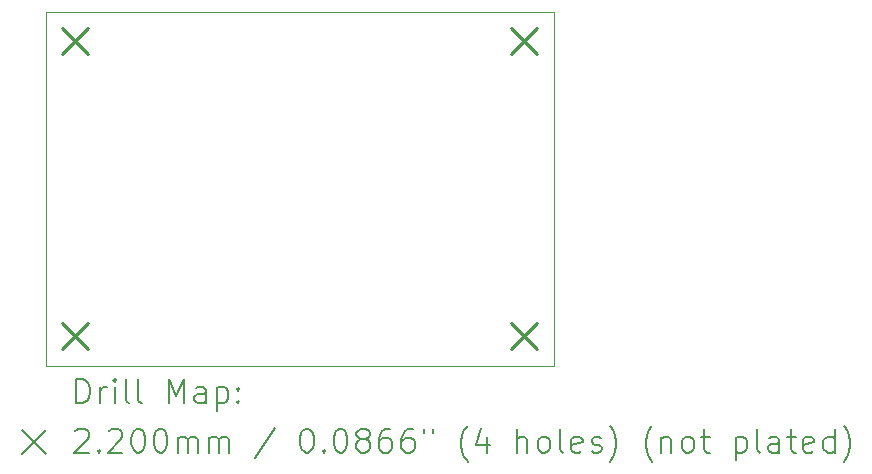
<source format=gbr>
%TF.GenerationSoftware,KiCad,Pcbnew,8.0.5-8.0.5-0~ubuntu20.04.1*%
%TF.CreationDate,2024-10-09T10:56:54+02:00*%
%TF.ProjectId,LIN_eval,4c494e5f-6576-4616-9c2e-6b696361645f,rev?*%
%TF.SameCoordinates,Original*%
%TF.FileFunction,Drillmap*%
%TF.FilePolarity,Positive*%
%FSLAX45Y45*%
G04 Gerber Fmt 4.5, Leading zero omitted, Abs format (unit mm)*
G04 Created by KiCad (PCBNEW 8.0.5-8.0.5-0~ubuntu20.04.1) date 2024-10-09 10:56:54*
%MOMM*%
%LPD*%
G01*
G04 APERTURE LIST*
%ADD10C,0.050000*%
%ADD11C,0.200000*%
%ADD12C,0.220000*%
G04 APERTURE END LIST*
D10*
X12000000Y-7375000D02*
X16300000Y-7375000D01*
X16300000Y-10375000D01*
X12000000Y-10375000D01*
X12000000Y-7375000D01*
D11*
D12*
X12137500Y-7515000D02*
X12357500Y-7735000D01*
X12357500Y-7515000D02*
X12137500Y-7735000D01*
X12140000Y-10015000D02*
X12360000Y-10235000D01*
X12360000Y-10015000D02*
X12140000Y-10235000D01*
X15937500Y-7515000D02*
X16157500Y-7735000D01*
X16157500Y-7515000D02*
X15937500Y-7735000D01*
X15940000Y-10015000D02*
X16160000Y-10235000D01*
X16160000Y-10015000D02*
X15940000Y-10235000D01*
D11*
X12258277Y-10688984D02*
X12258277Y-10488984D01*
X12258277Y-10488984D02*
X12305896Y-10488984D01*
X12305896Y-10488984D02*
X12334467Y-10498508D01*
X12334467Y-10498508D02*
X12353515Y-10517555D01*
X12353515Y-10517555D02*
X12363039Y-10536603D01*
X12363039Y-10536603D02*
X12372562Y-10574698D01*
X12372562Y-10574698D02*
X12372562Y-10603270D01*
X12372562Y-10603270D02*
X12363039Y-10641365D01*
X12363039Y-10641365D02*
X12353515Y-10660412D01*
X12353515Y-10660412D02*
X12334467Y-10679460D01*
X12334467Y-10679460D02*
X12305896Y-10688984D01*
X12305896Y-10688984D02*
X12258277Y-10688984D01*
X12458277Y-10688984D02*
X12458277Y-10555650D01*
X12458277Y-10593746D02*
X12467801Y-10574698D01*
X12467801Y-10574698D02*
X12477324Y-10565174D01*
X12477324Y-10565174D02*
X12496372Y-10555650D01*
X12496372Y-10555650D02*
X12515420Y-10555650D01*
X12582086Y-10688984D02*
X12582086Y-10555650D01*
X12582086Y-10488984D02*
X12572562Y-10498508D01*
X12572562Y-10498508D02*
X12582086Y-10508031D01*
X12582086Y-10508031D02*
X12591610Y-10498508D01*
X12591610Y-10498508D02*
X12582086Y-10488984D01*
X12582086Y-10488984D02*
X12582086Y-10508031D01*
X12705896Y-10688984D02*
X12686848Y-10679460D01*
X12686848Y-10679460D02*
X12677324Y-10660412D01*
X12677324Y-10660412D02*
X12677324Y-10488984D01*
X12810658Y-10688984D02*
X12791610Y-10679460D01*
X12791610Y-10679460D02*
X12782086Y-10660412D01*
X12782086Y-10660412D02*
X12782086Y-10488984D01*
X13039229Y-10688984D02*
X13039229Y-10488984D01*
X13039229Y-10488984D02*
X13105896Y-10631841D01*
X13105896Y-10631841D02*
X13172562Y-10488984D01*
X13172562Y-10488984D02*
X13172562Y-10688984D01*
X13353515Y-10688984D02*
X13353515Y-10584222D01*
X13353515Y-10584222D02*
X13343991Y-10565174D01*
X13343991Y-10565174D02*
X13324943Y-10555650D01*
X13324943Y-10555650D02*
X13286848Y-10555650D01*
X13286848Y-10555650D02*
X13267801Y-10565174D01*
X13353515Y-10679460D02*
X13334467Y-10688984D01*
X13334467Y-10688984D02*
X13286848Y-10688984D01*
X13286848Y-10688984D02*
X13267801Y-10679460D01*
X13267801Y-10679460D02*
X13258277Y-10660412D01*
X13258277Y-10660412D02*
X13258277Y-10641365D01*
X13258277Y-10641365D02*
X13267801Y-10622317D01*
X13267801Y-10622317D02*
X13286848Y-10612793D01*
X13286848Y-10612793D02*
X13334467Y-10612793D01*
X13334467Y-10612793D02*
X13353515Y-10603270D01*
X13448753Y-10555650D02*
X13448753Y-10755650D01*
X13448753Y-10565174D02*
X13467801Y-10555650D01*
X13467801Y-10555650D02*
X13505896Y-10555650D01*
X13505896Y-10555650D02*
X13524943Y-10565174D01*
X13524943Y-10565174D02*
X13534467Y-10574698D01*
X13534467Y-10574698D02*
X13543991Y-10593746D01*
X13543991Y-10593746D02*
X13543991Y-10650889D01*
X13543991Y-10650889D02*
X13534467Y-10669936D01*
X13534467Y-10669936D02*
X13524943Y-10679460D01*
X13524943Y-10679460D02*
X13505896Y-10688984D01*
X13505896Y-10688984D02*
X13467801Y-10688984D01*
X13467801Y-10688984D02*
X13448753Y-10679460D01*
X13629705Y-10669936D02*
X13639229Y-10679460D01*
X13639229Y-10679460D02*
X13629705Y-10688984D01*
X13629705Y-10688984D02*
X13620182Y-10679460D01*
X13620182Y-10679460D02*
X13629705Y-10669936D01*
X13629705Y-10669936D02*
X13629705Y-10688984D01*
X13629705Y-10565174D02*
X13639229Y-10574698D01*
X13639229Y-10574698D02*
X13629705Y-10584222D01*
X13629705Y-10584222D02*
X13620182Y-10574698D01*
X13620182Y-10574698D02*
X13629705Y-10565174D01*
X13629705Y-10565174D02*
X13629705Y-10584222D01*
X11797500Y-10917500D02*
X11997500Y-11117500D01*
X11997500Y-10917500D02*
X11797500Y-11117500D01*
X12248753Y-10928031D02*
X12258277Y-10918508D01*
X12258277Y-10918508D02*
X12277324Y-10908984D01*
X12277324Y-10908984D02*
X12324943Y-10908984D01*
X12324943Y-10908984D02*
X12343991Y-10918508D01*
X12343991Y-10918508D02*
X12353515Y-10928031D01*
X12353515Y-10928031D02*
X12363039Y-10947079D01*
X12363039Y-10947079D02*
X12363039Y-10966127D01*
X12363039Y-10966127D02*
X12353515Y-10994698D01*
X12353515Y-10994698D02*
X12239229Y-11108984D01*
X12239229Y-11108984D02*
X12363039Y-11108984D01*
X12448753Y-11089936D02*
X12458277Y-11099460D01*
X12458277Y-11099460D02*
X12448753Y-11108984D01*
X12448753Y-11108984D02*
X12439229Y-11099460D01*
X12439229Y-11099460D02*
X12448753Y-11089936D01*
X12448753Y-11089936D02*
X12448753Y-11108984D01*
X12534467Y-10928031D02*
X12543991Y-10918508D01*
X12543991Y-10918508D02*
X12563039Y-10908984D01*
X12563039Y-10908984D02*
X12610658Y-10908984D01*
X12610658Y-10908984D02*
X12629705Y-10918508D01*
X12629705Y-10918508D02*
X12639229Y-10928031D01*
X12639229Y-10928031D02*
X12648753Y-10947079D01*
X12648753Y-10947079D02*
X12648753Y-10966127D01*
X12648753Y-10966127D02*
X12639229Y-10994698D01*
X12639229Y-10994698D02*
X12524943Y-11108984D01*
X12524943Y-11108984D02*
X12648753Y-11108984D01*
X12772562Y-10908984D02*
X12791610Y-10908984D01*
X12791610Y-10908984D02*
X12810658Y-10918508D01*
X12810658Y-10918508D02*
X12820182Y-10928031D01*
X12820182Y-10928031D02*
X12829705Y-10947079D01*
X12829705Y-10947079D02*
X12839229Y-10985174D01*
X12839229Y-10985174D02*
X12839229Y-11032793D01*
X12839229Y-11032793D02*
X12829705Y-11070889D01*
X12829705Y-11070889D02*
X12820182Y-11089936D01*
X12820182Y-11089936D02*
X12810658Y-11099460D01*
X12810658Y-11099460D02*
X12791610Y-11108984D01*
X12791610Y-11108984D02*
X12772562Y-11108984D01*
X12772562Y-11108984D02*
X12753515Y-11099460D01*
X12753515Y-11099460D02*
X12743991Y-11089936D01*
X12743991Y-11089936D02*
X12734467Y-11070889D01*
X12734467Y-11070889D02*
X12724943Y-11032793D01*
X12724943Y-11032793D02*
X12724943Y-10985174D01*
X12724943Y-10985174D02*
X12734467Y-10947079D01*
X12734467Y-10947079D02*
X12743991Y-10928031D01*
X12743991Y-10928031D02*
X12753515Y-10918508D01*
X12753515Y-10918508D02*
X12772562Y-10908984D01*
X12963039Y-10908984D02*
X12982086Y-10908984D01*
X12982086Y-10908984D02*
X13001134Y-10918508D01*
X13001134Y-10918508D02*
X13010658Y-10928031D01*
X13010658Y-10928031D02*
X13020182Y-10947079D01*
X13020182Y-10947079D02*
X13029705Y-10985174D01*
X13029705Y-10985174D02*
X13029705Y-11032793D01*
X13029705Y-11032793D02*
X13020182Y-11070889D01*
X13020182Y-11070889D02*
X13010658Y-11089936D01*
X13010658Y-11089936D02*
X13001134Y-11099460D01*
X13001134Y-11099460D02*
X12982086Y-11108984D01*
X12982086Y-11108984D02*
X12963039Y-11108984D01*
X12963039Y-11108984D02*
X12943991Y-11099460D01*
X12943991Y-11099460D02*
X12934467Y-11089936D01*
X12934467Y-11089936D02*
X12924943Y-11070889D01*
X12924943Y-11070889D02*
X12915420Y-11032793D01*
X12915420Y-11032793D02*
X12915420Y-10985174D01*
X12915420Y-10985174D02*
X12924943Y-10947079D01*
X12924943Y-10947079D02*
X12934467Y-10928031D01*
X12934467Y-10928031D02*
X12943991Y-10918508D01*
X12943991Y-10918508D02*
X12963039Y-10908984D01*
X13115420Y-11108984D02*
X13115420Y-10975650D01*
X13115420Y-10994698D02*
X13124943Y-10985174D01*
X13124943Y-10985174D02*
X13143991Y-10975650D01*
X13143991Y-10975650D02*
X13172563Y-10975650D01*
X13172563Y-10975650D02*
X13191610Y-10985174D01*
X13191610Y-10985174D02*
X13201134Y-11004222D01*
X13201134Y-11004222D02*
X13201134Y-11108984D01*
X13201134Y-11004222D02*
X13210658Y-10985174D01*
X13210658Y-10985174D02*
X13229705Y-10975650D01*
X13229705Y-10975650D02*
X13258277Y-10975650D01*
X13258277Y-10975650D02*
X13277324Y-10985174D01*
X13277324Y-10985174D02*
X13286848Y-11004222D01*
X13286848Y-11004222D02*
X13286848Y-11108984D01*
X13382086Y-11108984D02*
X13382086Y-10975650D01*
X13382086Y-10994698D02*
X13391610Y-10985174D01*
X13391610Y-10985174D02*
X13410658Y-10975650D01*
X13410658Y-10975650D02*
X13439229Y-10975650D01*
X13439229Y-10975650D02*
X13458277Y-10985174D01*
X13458277Y-10985174D02*
X13467801Y-11004222D01*
X13467801Y-11004222D02*
X13467801Y-11108984D01*
X13467801Y-11004222D02*
X13477324Y-10985174D01*
X13477324Y-10985174D02*
X13496372Y-10975650D01*
X13496372Y-10975650D02*
X13524943Y-10975650D01*
X13524943Y-10975650D02*
X13543991Y-10985174D01*
X13543991Y-10985174D02*
X13553515Y-11004222D01*
X13553515Y-11004222D02*
X13553515Y-11108984D01*
X13943991Y-10899460D02*
X13772563Y-11156603D01*
X14201134Y-10908984D02*
X14220182Y-10908984D01*
X14220182Y-10908984D02*
X14239229Y-10918508D01*
X14239229Y-10918508D02*
X14248753Y-10928031D01*
X14248753Y-10928031D02*
X14258277Y-10947079D01*
X14258277Y-10947079D02*
X14267801Y-10985174D01*
X14267801Y-10985174D02*
X14267801Y-11032793D01*
X14267801Y-11032793D02*
X14258277Y-11070889D01*
X14258277Y-11070889D02*
X14248753Y-11089936D01*
X14248753Y-11089936D02*
X14239229Y-11099460D01*
X14239229Y-11099460D02*
X14220182Y-11108984D01*
X14220182Y-11108984D02*
X14201134Y-11108984D01*
X14201134Y-11108984D02*
X14182086Y-11099460D01*
X14182086Y-11099460D02*
X14172563Y-11089936D01*
X14172563Y-11089936D02*
X14163039Y-11070889D01*
X14163039Y-11070889D02*
X14153515Y-11032793D01*
X14153515Y-11032793D02*
X14153515Y-10985174D01*
X14153515Y-10985174D02*
X14163039Y-10947079D01*
X14163039Y-10947079D02*
X14172563Y-10928031D01*
X14172563Y-10928031D02*
X14182086Y-10918508D01*
X14182086Y-10918508D02*
X14201134Y-10908984D01*
X14353515Y-11089936D02*
X14363039Y-11099460D01*
X14363039Y-11099460D02*
X14353515Y-11108984D01*
X14353515Y-11108984D02*
X14343991Y-11099460D01*
X14343991Y-11099460D02*
X14353515Y-11089936D01*
X14353515Y-11089936D02*
X14353515Y-11108984D01*
X14486848Y-10908984D02*
X14505896Y-10908984D01*
X14505896Y-10908984D02*
X14524944Y-10918508D01*
X14524944Y-10918508D02*
X14534467Y-10928031D01*
X14534467Y-10928031D02*
X14543991Y-10947079D01*
X14543991Y-10947079D02*
X14553515Y-10985174D01*
X14553515Y-10985174D02*
X14553515Y-11032793D01*
X14553515Y-11032793D02*
X14543991Y-11070889D01*
X14543991Y-11070889D02*
X14534467Y-11089936D01*
X14534467Y-11089936D02*
X14524944Y-11099460D01*
X14524944Y-11099460D02*
X14505896Y-11108984D01*
X14505896Y-11108984D02*
X14486848Y-11108984D01*
X14486848Y-11108984D02*
X14467801Y-11099460D01*
X14467801Y-11099460D02*
X14458277Y-11089936D01*
X14458277Y-11089936D02*
X14448753Y-11070889D01*
X14448753Y-11070889D02*
X14439229Y-11032793D01*
X14439229Y-11032793D02*
X14439229Y-10985174D01*
X14439229Y-10985174D02*
X14448753Y-10947079D01*
X14448753Y-10947079D02*
X14458277Y-10928031D01*
X14458277Y-10928031D02*
X14467801Y-10918508D01*
X14467801Y-10918508D02*
X14486848Y-10908984D01*
X14667801Y-10994698D02*
X14648753Y-10985174D01*
X14648753Y-10985174D02*
X14639229Y-10975650D01*
X14639229Y-10975650D02*
X14629706Y-10956603D01*
X14629706Y-10956603D02*
X14629706Y-10947079D01*
X14629706Y-10947079D02*
X14639229Y-10928031D01*
X14639229Y-10928031D02*
X14648753Y-10918508D01*
X14648753Y-10918508D02*
X14667801Y-10908984D01*
X14667801Y-10908984D02*
X14705896Y-10908984D01*
X14705896Y-10908984D02*
X14724944Y-10918508D01*
X14724944Y-10918508D02*
X14734467Y-10928031D01*
X14734467Y-10928031D02*
X14743991Y-10947079D01*
X14743991Y-10947079D02*
X14743991Y-10956603D01*
X14743991Y-10956603D02*
X14734467Y-10975650D01*
X14734467Y-10975650D02*
X14724944Y-10985174D01*
X14724944Y-10985174D02*
X14705896Y-10994698D01*
X14705896Y-10994698D02*
X14667801Y-10994698D01*
X14667801Y-10994698D02*
X14648753Y-11004222D01*
X14648753Y-11004222D02*
X14639229Y-11013746D01*
X14639229Y-11013746D02*
X14629706Y-11032793D01*
X14629706Y-11032793D02*
X14629706Y-11070889D01*
X14629706Y-11070889D02*
X14639229Y-11089936D01*
X14639229Y-11089936D02*
X14648753Y-11099460D01*
X14648753Y-11099460D02*
X14667801Y-11108984D01*
X14667801Y-11108984D02*
X14705896Y-11108984D01*
X14705896Y-11108984D02*
X14724944Y-11099460D01*
X14724944Y-11099460D02*
X14734467Y-11089936D01*
X14734467Y-11089936D02*
X14743991Y-11070889D01*
X14743991Y-11070889D02*
X14743991Y-11032793D01*
X14743991Y-11032793D02*
X14734467Y-11013746D01*
X14734467Y-11013746D02*
X14724944Y-11004222D01*
X14724944Y-11004222D02*
X14705896Y-10994698D01*
X14915420Y-10908984D02*
X14877325Y-10908984D01*
X14877325Y-10908984D02*
X14858277Y-10918508D01*
X14858277Y-10918508D02*
X14848753Y-10928031D01*
X14848753Y-10928031D02*
X14829706Y-10956603D01*
X14829706Y-10956603D02*
X14820182Y-10994698D01*
X14820182Y-10994698D02*
X14820182Y-11070889D01*
X14820182Y-11070889D02*
X14829706Y-11089936D01*
X14829706Y-11089936D02*
X14839229Y-11099460D01*
X14839229Y-11099460D02*
X14858277Y-11108984D01*
X14858277Y-11108984D02*
X14896372Y-11108984D01*
X14896372Y-11108984D02*
X14915420Y-11099460D01*
X14915420Y-11099460D02*
X14924944Y-11089936D01*
X14924944Y-11089936D02*
X14934467Y-11070889D01*
X14934467Y-11070889D02*
X14934467Y-11023270D01*
X14934467Y-11023270D02*
X14924944Y-11004222D01*
X14924944Y-11004222D02*
X14915420Y-10994698D01*
X14915420Y-10994698D02*
X14896372Y-10985174D01*
X14896372Y-10985174D02*
X14858277Y-10985174D01*
X14858277Y-10985174D02*
X14839229Y-10994698D01*
X14839229Y-10994698D02*
X14829706Y-11004222D01*
X14829706Y-11004222D02*
X14820182Y-11023270D01*
X15105896Y-10908984D02*
X15067801Y-10908984D01*
X15067801Y-10908984D02*
X15048753Y-10918508D01*
X15048753Y-10918508D02*
X15039229Y-10928031D01*
X15039229Y-10928031D02*
X15020182Y-10956603D01*
X15020182Y-10956603D02*
X15010658Y-10994698D01*
X15010658Y-10994698D02*
X15010658Y-11070889D01*
X15010658Y-11070889D02*
X15020182Y-11089936D01*
X15020182Y-11089936D02*
X15029706Y-11099460D01*
X15029706Y-11099460D02*
X15048753Y-11108984D01*
X15048753Y-11108984D02*
X15086848Y-11108984D01*
X15086848Y-11108984D02*
X15105896Y-11099460D01*
X15105896Y-11099460D02*
X15115420Y-11089936D01*
X15115420Y-11089936D02*
X15124944Y-11070889D01*
X15124944Y-11070889D02*
X15124944Y-11023270D01*
X15124944Y-11023270D02*
X15115420Y-11004222D01*
X15115420Y-11004222D02*
X15105896Y-10994698D01*
X15105896Y-10994698D02*
X15086848Y-10985174D01*
X15086848Y-10985174D02*
X15048753Y-10985174D01*
X15048753Y-10985174D02*
X15029706Y-10994698D01*
X15029706Y-10994698D02*
X15020182Y-11004222D01*
X15020182Y-11004222D02*
X15010658Y-11023270D01*
X15201134Y-10908984D02*
X15201134Y-10947079D01*
X15277325Y-10908984D02*
X15277325Y-10947079D01*
X15572563Y-11185174D02*
X15563039Y-11175650D01*
X15563039Y-11175650D02*
X15543991Y-11147079D01*
X15543991Y-11147079D02*
X15534468Y-11128031D01*
X15534468Y-11128031D02*
X15524944Y-11099460D01*
X15524944Y-11099460D02*
X15515420Y-11051841D01*
X15515420Y-11051841D02*
X15515420Y-11013746D01*
X15515420Y-11013746D02*
X15524944Y-10966127D01*
X15524944Y-10966127D02*
X15534468Y-10937555D01*
X15534468Y-10937555D02*
X15543991Y-10918508D01*
X15543991Y-10918508D02*
X15563039Y-10889936D01*
X15563039Y-10889936D02*
X15572563Y-10880412D01*
X15734468Y-10975650D02*
X15734468Y-11108984D01*
X15686848Y-10899460D02*
X15639229Y-11042317D01*
X15639229Y-11042317D02*
X15763039Y-11042317D01*
X15991610Y-11108984D02*
X15991610Y-10908984D01*
X16077325Y-11108984D02*
X16077325Y-11004222D01*
X16077325Y-11004222D02*
X16067801Y-10985174D01*
X16067801Y-10985174D02*
X16048753Y-10975650D01*
X16048753Y-10975650D02*
X16020182Y-10975650D01*
X16020182Y-10975650D02*
X16001134Y-10985174D01*
X16001134Y-10985174D02*
X15991610Y-10994698D01*
X16201134Y-11108984D02*
X16182087Y-11099460D01*
X16182087Y-11099460D02*
X16172563Y-11089936D01*
X16172563Y-11089936D02*
X16163039Y-11070889D01*
X16163039Y-11070889D02*
X16163039Y-11013746D01*
X16163039Y-11013746D02*
X16172563Y-10994698D01*
X16172563Y-10994698D02*
X16182087Y-10985174D01*
X16182087Y-10985174D02*
X16201134Y-10975650D01*
X16201134Y-10975650D02*
X16229706Y-10975650D01*
X16229706Y-10975650D02*
X16248753Y-10985174D01*
X16248753Y-10985174D02*
X16258277Y-10994698D01*
X16258277Y-10994698D02*
X16267801Y-11013746D01*
X16267801Y-11013746D02*
X16267801Y-11070889D01*
X16267801Y-11070889D02*
X16258277Y-11089936D01*
X16258277Y-11089936D02*
X16248753Y-11099460D01*
X16248753Y-11099460D02*
X16229706Y-11108984D01*
X16229706Y-11108984D02*
X16201134Y-11108984D01*
X16382087Y-11108984D02*
X16363039Y-11099460D01*
X16363039Y-11099460D02*
X16353515Y-11080412D01*
X16353515Y-11080412D02*
X16353515Y-10908984D01*
X16534468Y-11099460D02*
X16515420Y-11108984D01*
X16515420Y-11108984D02*
X16477325Y-11108984D01*
X16477325Y-11108984D02*
X16458277Y-11099460D01*
X16458277Y-11099460D02*
X16448753Y-11080412D01*
X16448753Y-11080412D02*
X16448753Y-11004222D01*
X16448753Y-11004222D02*
X16458277Y-10985174D01*
X16458277Y-10985174D02*
X16477325Y-10975650D01*
X16477325Y-10975650D02*
X16515420Y-10975650D01*
X16515420Y-10975650D02*
X16534468Y-10985174D01*
X16534468Y-10985174D02*
X16543991Y-11004222D01*
X16543991Y-11004222D02*
X16543991Y-11023270D01*
X16543991Y-11023270D02*
X16448753Y-11042317D01*
X16620182Y-11099460D02*
X16639230Y-11108984D01*
X16639230Y-11108984D02*
X16677325Y-11108984D01*
X16677325Y-11108984D02*
X16696372Y-11099460D01*
X16696372Y-11099460D02*
X16705896Y-11080412D01*
X16705896Y-11080412D02*
X16705896Y-11070889D01*
X16705896Y-11070889D02*
X16696372Y-11051841D01*
X16696372Y-11051841D02*
X16677325Y-11042317D01*
X16677325Y-11042317D02*
X16648753Y-11042317D01*
X16648753Y-11042317D02*
X16629706Y-11032793D01*
X16629706Y-11032793D02*
X16620182Y-11013746D01*
X16620182Y-11013746D02*
X16620182Y-11004222D01*
X16620182Y-11004222D02*
X16629706Y-10985174D01*
X16629706Y-10985174D02*
X16648753Y-10975650D01*
X16648753Y-10975650D02*
X16677325Y-10975650D01*
X16677325Y-10975650D02*
X16696372Y-10985174D01*
X16772563Y-11185174D02*
X16782087Y-11175650D01*
X16782087Y-11175650D02*
X16801134Y-11147079D01*
X16801134Y-11147079D02*
X16810658Y-11128031D01*
X16810658Y-11128031D02*
X16820182Y-11099460D01*
X16820182Y-11099460D02*
X16829706Y-11051841D01*
X16829706Y-11051841D02*
X16829706Y-11013746D01*
X16829706Y-11013746D02*
X16820182Y-10966127D01*
X16820182Y-10966127D02*
X16810658Y-10937555D01*
X16810658Y-10937555D02*
X16801134Y-10918508D01*
X16801134Y-10918508D02*
X16782087Y-10889936D01*
X16782087Y-10889936D02*
X16772563Y-10880412D01*
X17134468Y-11185174D02*
X17124944Y-11175650D01*
X17124944Y-11175650D02*
X17105896Y-11147079D01*
X17105896Y-11147079D02*
X17096373Y-11128031D01*
X17096373Y-11128031D02*
X17086849Y-11099460D01*
X17086849Y-11099460D02*
X17077325Y-11051841D01*
X17077325Y-11051841D02*
X17077325Y-11013746D01*
X17077325Y-11013746D02*
X17086849Y-10966127D01*
X17086849Y-10966127D02*
X17096373Y-10937555D01*
X17096373Y-10937555D02*
X17105896Y-10918508D01*
X17105896Y-10918508D02*
X17124944Y-10889936D01*
X17124944Y-10889936D02*
X17134468Y-10880412D01*
X17210658Y-10975650D02*
X17210658Y-11108984D01*
X17210658Y-10994698D02*
X17220182Y-10985174D01*
X17220182Y-10985174D02*
X17239230Y-10975650D01*
X17239230Y-10975650D02*
X17267801Y-10975650D01*
X17267801Y-10975650D02*
X17286849Y-10985174D01*
X17286849Y-10985174D02*
X17296373Y-11004222D01*
X17296373Y-11004222D02*
X17296373Y-11108984D01*
X17420182Y-11108984D02*
X17401134Y-11099460D01*
X17401134Y-11099460D02*
X17391611Y-11089936D01*
X17391611Y-11089936D02*
X17382087Y-11070889D01*
X17382087Y-11070889D02*
X17382087Y-11013746D01*
X17382087Y-11013746D02*
X17391611Y-10994698D01*
X17391611Y-10994698D02*
X17401134Y-10985174D01*
X17401134Y-10985174D02*
X17420182Y-10975650D01*
X17420182Y-10975650D02*
X17448754Y-10975650D01*
X17448754Y-10975650D02*
X17467801Y-10985174D01*
X17467801Y-10985174D02*
X17477325Y-10994698D01*
X17477325Y-10994698D02*
X17486849Y-11013746D01*
X17486849Y-11013746D02*
X17486849Y-11070889D01*
X17486849Y-11070889D02*
X17477325Y-11089936D01*
X17477325Y-11089936D02*
X17467801Y-11099460D01*
X17467801Y-11099460D02*
X17448754Y-11108984D01*
X17448754Y-11108984D02*
X17420182Y-11108984D01*
X17543992Y-10975650D02*
X17620182Y-10975650D01*
X17572563Y-10908984D02*
X17572563Y-11080412D01*
X17572563Y-11080412D02*
X17582087Y-11099460D01*
X17582087Y-11099460D02*
X17601134Y-11108984D01*
X17601134Y-11108984D02*
X17620182Y-11108984D01*
X17839230Y-10975650D02*
X17839230Y-11175650D01*
X17839230Y-10985174D02*
X17858277Y-10975650D01*
X17858277Y-10975650D02*
X17896373Y-10975650D01*
X17896373Y-10975650D02*
X17915420Y-10985174D01*
X17915420Y-10985174D02*
X17924944Y-10994698D01*
X17924944Y-10994698D02*
X17934468Y-11013746D01*
X17934468Y-11013746D02*
X17934468Y-11070889D01*
X17934468Y-11070889D02*
X17924944Y-11089936D01*
X17924944Y-11089936D02*
X17915420Y-11099460D01*
X17915420Y-11099460D02*
X17896373Y-11108984D01*
X17896373Y-11108984D02*
X17858277Y-11108984D01*
X17858277Y-11108984D02*
X17839230Y-11099460D01*
X18048754Y-11108984D02*
X18029706Y-11099460D01*
X18029706Y-11099460D02*
X18020182Y-11080412D01*
X18020182Y-11080412D02*
X18020182Y-10908984D01*
X18210658Y-11108984D02*
X18210658Y-11004222D01*
X18210658Y-11004222D02*
X18201135Y-10985174D01*
X18201135Y-10985174D02*
X18182087Y-10975650D01*
X18182087Y-10975650D02*
X18143992Y-10975650D01*
X18143992Y-10975650D02*
X18124944Y-10985174D01*
X18210658Y-11099460D02*
X18191611Y-11108984D01*
X18191611Y-11108984D02*
X18143992Y-11108984D01*
X18143992Y-11108984D02*
X18124944Y-11099460D01*
X18124944Y-11099460D02*
X18115420Y-11080412D01*
X18115420Y-11080412D02*
X18115420Y-11061365D01*
X18115420Y-11061365D02*
X18124944Y-11042317D01*
X18124944Y-11042317D02*
X18143992Y-11032793D01*
X18143992Y-11032793D02*
X18191611Y-11032793D01*
X18191611Y-11032793D02*
X18210658Y-11023270D01*
X18277325Y-10975650D02*
X18353515Y-10975650D01*
X18305896Y-10908984D02*
X18305896Y-11080412D01*
X18305896Y-11080412D02*
X18315420Y-11099460D01*
X18315420Y-11099460D02*
X18334468Y-11108984D01*
X18334468Y-11108984D02*
X18353515Y-11108984D01*
X18496373Y-11099460D02*
X18477325Y-11108984D01*
X18477325Y-11108984D02*
X18439230Y-11108984D01*
X18439230Y-11108984D02*
X18420182Y-11099460D01*
X18420182Y-11099460D02*
X18410658Y-11080412D01*
X18410658Y-11080412D02*
X18410658Y-11004222D01*
X18410658Y-11004222D02*
X18420182Y-10985174D01*
X18420182Y-10985174D02*
X18439230Y-10975650D01*
X18439230Y-10975650D02*
X18477325Y-10975650D01*
X18477325Y-10975650D02*
X18496373Y-10985174D01*
X18496373Y-10985174D02*
X18505896Y-11004222D01*
X18505896Y-11004222D02*
X18505896Y-11023270D01*
X18505896Y-11023270D02*
X18410658Y-11042317D01*
X18677325Y-11108984D02*
X18677325Y-10908984D01*
X18677325Y-11099460D02*
X18658277Y-11108984D01*
X18658277Y-11108984D02*
X18620182Y-11108984D01*
X18620182Y-11108984D02*
X18601135Y-11099460D01*
X18601135Y-11099460D02*
X18591611Y-11089936D01*
X18591611Y-11089936D02*
X18582087Y-11070889D01*
X18582087Y-11070889D02*
X18582087Y-11013746D01*
X18582087Y-11013746D02*
X18591611Y-10994698D01*
X18591611Y-10994698D02*
X18601135Y-10985174D01*
X18601135Y-10985174D02*
X18620182Y-10975650D01*
X18620182Y-10975650D02*
X18658277Y-10975650D01*
X18658277Y-10975650D02*
X18677325Y-10985174D01*
X18753516Y-11185174D02*
X18763039Y-11175650D01*
X18763039Y-11175650D02*
X18782087Y-11147079D01*
X18782087Y-11147079D02*
X18791611Y-11128031D01*
X18791611Y-11128031D02*
X18801135Y-11099460D01*
X18801135Y-11099460D02*
X18810658Y-11051841D01*
X18810658Y-11051841D02*
X18810658Y-11013746D01*
X18810658Y-11013746D02*
X18801135Y-10966127D01*
X18801135Y-10966127D02*
X18791611Y-10937555D01*
X18791611Y-10937555D02*
X18782087Y-10918508D01*
X18782087Y-10918508D02*
X18763039Y-10889936D01*
X18763039Y-10889936D02*
X18753516Y-10880412D01*
M02*

</source>
